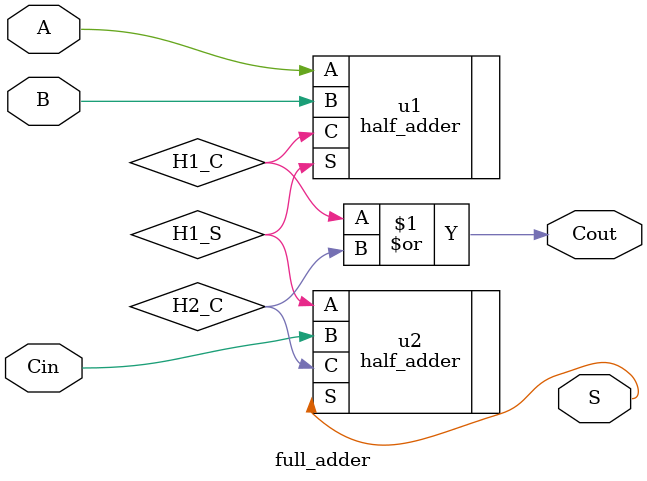
<source format=v>
`timescale 1ns/10ps

module full_adder(
    input A, B, Cin,
    output S, Cout
);

    // Instantiate two half adders and an OR gate
    wire H1_S, H1_C, H2_C;
    half_adder u1(.A(A), .B(B), .S(H1_S), .C(H1_C));
    half_adder u2(.A(H1_S), .B(Cin), .S(S), .C(H2_C));

    or gate1(Cout, H1_C, H2_C);

endmodule

</source>
